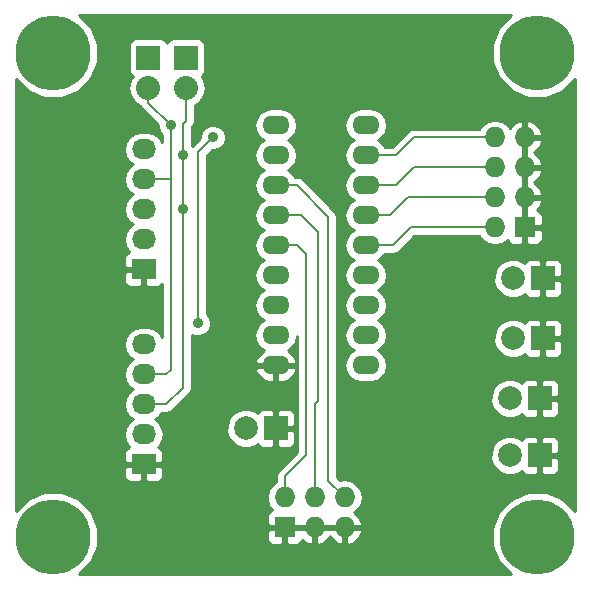
<source format=gbl>
G04 #@! TF.FileFunction,Copper,L2,Bot,Plane*
%FSLAX46Y46*%
G04 Gerber Fmt 4.6, Leading zero omitted, Abs format (unit mm)*
G04 Created by KiCad (PCBNEW (after 2015-mar-04 BZR unknown)-product) date 11/20/2015 3:36:00 PM*
%MOMM*%
G01*
G04 APERTURE LIST*
%ADD10C,0.150000*%
%ADD11O,2.300000X1.600000*%
%ADD12C,6.350000*%
%ADD13R,2.032000X2.032000*%
%ADD14O,2.032000X2.032000*%
%ADD15R,1.727200X1.727200*%
%ADD16O,1.727200X1.727200*%
%ADD17R,2.000000X2.000000*%
%ADD18C,2.000000*%
%ADD19R,2.032000X1.727200*%
%ADD20O,2.032000X1.727200*%
%ADD21C,0.889000*%
%ADD22C,0.203200*%
%ADD23C,0.254000*%
G04 APERTURE END LIST*
D10*
D11*
X22860000Y-10160000D03*
X22860000Y-12700000D03*
X22860000Y-15240000D03*
X22860000Y-17780000D03*
X22860000Y-20320000D03*
X22860000Y-22860000D03*
X22860000Y-25400000D03*
X22860000Y-27940000D03*
X22860000Y-30480000D03*
X30480000Y-30480000D03*
X30480000Y-27940000D03*
X30480000Y-25400000D03*
X30480000Y-22860000D03*
X30480000Y-20320000D03*
X30480000Y-17780000D03*
X30480000Y-15240000D03*
X30480000Y-12700000D03*
X30480000Y-10160000D03*
D12*
X4000000Y-45000000D03*
X4000000Y-4000000D03*
X45000000Y-45000000D03*
X45000000Y-4000000D03*
D13*
X12065000Y-4445000D03*
D14*
X12065000Y-6985000D03*
D13*
X15240000Y-4445000D03*
D14*
X15240000Y-6985000D03*
D15*
X43942000Y-18796000D03*
D16*
X41402000Y-18796000D03*
X43942000Y-16256000D03*
X41402000Y-16256000D03*
X43942000Y-13716000D03*
X41402000Y-13716000D03*
X43942000Y-11176000D03*
X41402000Y-11176000D03*
D17*
X45212000Y-38100000D03*
D18*
X42672000Y-38100000D03*
D17*
X45212000Y-33274000D03*
D18*
X42672000Y-33274000D03*
D17*
X45466000Y-28194000D03*
D18*
X42926000Y-28194000D03*
D17*
X45466000Y-23114000D03*
D18*
X42926000Y-23114000D03*
D17*
X22860000Y-35814000D03*
D18*
X20320000Y-35814000D03*
D15*
X23622000Y-44196000D03*
D16*
X23622000Y-41656000D03*
X26162000Y-44196000D03*
X26162000Y-41656000D03*
X28702000Y-44196000D03*
X28702000Y-41656000D03*
D19*
X11684000Y-22352000D03*
D20*
X11684000Y-19812000D03*
X11684000Y-17272000D03*
X11684000Y-14732000D03*
X11684000Y-12192000D03*
D19*
X11684000Y-38862000D03*
D20*
X11684000Y-36322000D03*
X11684000Y-33782000D03*
X11684000Y-31242000D03*
X11684000Y-28702000D03*
D21*
X13970000Y-10160000D03*
X14986000Y-17272000D03*
X14986000Y-12700000D03*
X30480000Y-36195000D03*
X16256000Y-26924000D03*
X17526000Y-11176000D03*
D22*
X25400000Y-21082000D02*
X25400000Y-31877000D01*
X24638000Y-20320000D02*
X25400000Y-21082000D01*
X22860000Y-20320000D02*
X24638000Y-20320000D01*
X25400000Y-38100000D02*
X23622000Y-39878000D01*
X23622000Y-39878000D02*
X23622000Y-41656000D01*
X25400000Y-31877000D02*
X25400000Y-38100000D01*
X26162000Y-41656000D02*
X26162000Y-33782000D01*
X26162000Y-33782000D02*
X26416000Y-33528000D01*
X25019000Y-17780000D02*
X26416000Y-19177000D01*
X26416000Y-19177000D02*
X26416000Y-33528000D01*
X22860000Y-17780000D02*
X25019000Y-17780000D01*
X27305000Y-17907000D02*
X27305000Y-26035000D01*
X27305000Y-26035000D02*
X27305000Y-30607000D01*
X24638000Y-15240000D02*
X27305000Y-17907000D01*
X22860000Y-15240000D02*
X24638000Y-15240000D01*
X27305000Y-40259000D02*
X28702000Y-41656000D01*
X27305000Y-30607000D02*
X27305000Y-40259000D01*
X12954000Y-14732000D02*
X11684000Y-14732000D01*
X12954000Y-14732000D02*
X11684000Y-14732000D01*
X12065000Y-8255000D02*
X13970000Y-10160000D01*
X12065000Y-6985000D02*
X12065000Y-8255000D01*
X13589000Y-31242000D02*
X11684000Y-31242000D01*
X13970000Y-30861000D02*
X13589000Y-31242000D01*
X13970000Y-14732000D02*
X13970000Y-30861000D01*
X13970000Y-10160000D02*
X13970000Y-14732000D01*
X11684000Y-14732000D02*
X13970000Y-14732000D01*
X14986000Y-17272000D02*
X14986000Y-24638000D01*
X13589000Y-33782000D02*
X14986000Y-32385000D01*
X14986000Y-32385000D02*
X14986000Y-24638000D01*
X11684000Y-33782000D02*
X13589000Y-33782000D01*
X15240000Y-9779000D02*
X15240000Y-6985000D01*
X14986000Y-10033000D02*
X15240000Y-9779000D01*
X14986000Y-12700000D02*
X14986000Y-10033000D01*
X14986000Y-17272000D02*
X14986000Y-12700000D01*
X32766000Y-20320000D02*
X34290000Y-18796000D01*
X34290000Y-18796000D02*
X41402000Y-18796000D01*
X30480000Y-20320000D02*
X32766000Y-20320000D01*
X32512000Y-17780000D02*
X34036000Y-16256000D01*
X34036000Y-16256000D02*
X41402000Y-16256000D01*
X30480000Y-17780000D02*
X32512000Y-17780000D01*
X33020000Y-15240000D02*
X34544000Y-13716000D01*
X34544000Y-13716000D02*
X41402000Y-13716000D01*
X30480000Y-15240000D02*
X33020000Y-15240000D01*
X33020000Y-12700000D02*
X34544000Y-11176000D01*
X34544000Y-11176000D02*
X41402000Y-11176000D01*
X30480000Y-12700000D02*
X33020000Y-12700000D01*
X16256000Y-26924000D02*
X16256000Y-25781000D01*
X22860000Y-27940000D02*
X23495000Y-27940000D01*
X16256000Y-14351000D02*
X16256000Y-25781000D01*
X16256000Y-25781000D02*
X16256000Y-26924000D01*
X17526000Y-11176000D02*
X16256000Y-12446000D01*
X16256000Y-12446000D02*
X16256000Y-14351000D01*
D23*
G36*
X48174500Y-42787183D02*
X47161009Y-41771923D01*
X47101000Y-41747005D01*
X47101000Y-29320309D01*
X47101000Y-28479750D01*
X47101000Y-27908250D01*
X47101000Y-27067691D01*
X47101000Y-24240309D01*
X47101000Y-23399750D01*
X47101000Y-22828250D01*
X47101000Y-21987691D01*
X47004327Y-21754302D01*
X46825699Y-21575673D01*
X46592310Y-21479000D01*
X46339691Y-21479000D01*
X45751750Y-21479000D01*
X45593000Y-21637750D01*
X45593000Y-22987000D01*
X46942250Y-22987000D01*
X47101000Y-22828250D01*
X47101000Y-23399750D01*
X46942250Y-23241000D01*
X45593000Y-23241000D01*
X45593000Y-24590250D01*
X45751750Y-24749000D01*
X46339691Y-24749000D01*
X46592310Y-24749000D01*
X46825699Y-24652327D01*
X47004327Y-24473698D01*
X47101000Y-24240309D01*
X47101000Y-27067691D01*
X47004327Y-26834302D01*
X46825699Y-26655673D01*
X46592310Y-26559000D01*
X46339691Y-26559000D01*
X45751750Y-26559000D01*
X45593000Y-26717750D01*
X45593000Y-28067000D01*
X46942250Y-28067000D01*
X47101000Y-27908250D01*
X47101000Y-28479750D01*
X46942250Y-28321000D01*
X45593000Y-28321000D01*
X45593000Y-29670250D01*
X45751750Y-29829000D01*
X46339691Y-29829000D01*
X46592310Y-29829000D01*
X46825699Y-29732327D01*
X47004327Y-29553698D01*
X47101000Y-29320309D01*
X47101000Y-41747005D01*
X46847000Y-41641534D01*
X46847000Y-39226309D01*
X46847000Y-38385750D01*
X46847000Y-37814250D01*
X46847000Y-36973691D01*
X46847000Y-34400309D01*
X46847000Y-33559750D01*
X46847000Y-32988250D01*
X46847000Y-32147691D01*
X46750327Y-31914302D01*
X46571699Y-31735673D01*
X46338310Y-31639000D01*
X46085691Y-31639000D01*
X45497750Y-31639000D01*
X45440600Y-31696150D01*
X45440600Y-19785910D01*
X45440600Y-19533291D01*
X45440600Y-19081750D01*
X45440600Y-18510250D01*
X45440600Y-18058709D01*
X45440600Y-17806090D01*
X45343927Y-17572701D01*
X45165298Y-17394073D01*
X44967880Y-17312299D01*
X45224688Y-17030947D01*
X45396958Y-16615026D01*
X45396958Y-15896974D01*
X45224688Y-15481053D01*
X44830490Y-15049179D01*
X44695687Y-14986000D01*
X44830490Y-14922821D01*
X45224688Y-14490947D01*
X45396958Y-14075026D01*
X45396958Y-13356974D01*
X45224688Y-12941053D01*
X44830490Y-12509179D01*
X44695687Y-12446000D01*
X44830490Y-12382821D01*
X45224688Y-11950947D01*
X45396958Y-11535026D01*
X45396958Y-10816974D01*
X45224688Y-10401053D01*
X44830490Y-9969179D01*
X44301027Y-9721032D01*
X44069000Y-9841531D01*
X44069000Y-11049000D01*
X45275817Y-11049000D01*
X45396958Y-10816974D01*
X45396958Y-11535026D01*
X45275817Y-11303000D01*
X44069000Y-11303000D01*
X44069000Y-12381531D01*
X44069000Y-12510469D01*
X44069000Y-13589000D01*
X45275817Y-13589000D01*
X45396958Y-13356974D01*
X45396958Y-14075026D01*
X45275817Y-13843000D01*
X44069000Y-13843000D01*
X44069000Y-14921531D01*
X44069000Y-15050469D01*
X44069000Y-16129000D01*
X45275817Y-16129000D01*
X45396958Y-15896974D01*
X45396958Y-16615026D01*
X45275817Y-16383000D01*
X44069000Y-16383000D01*
X44069000Y-17456150D01*
X44069000Y-17590469D01*
X44069000Y-18669000D01*
X45281850Y-18669000D01*
X45440600Y-18510250D01*
X45440600Y-19081750D01*
X45281850Y-18923000D01*
X44069000Y-18923000D01*
X44069000Y-20135850D01*
X44227750Y-20294600D01*
X44931909Y-20294600D01*
X45165298Y-20197927D01*
X45343927Y-20019299D01*
X45440600Y-19785910D01*
X45440600Y-31696150D01*
X45339000Y-31797750D01*
X45339000Y-29670250D01*
X45339000Y-28321000D01*
X45319000Y-28321000D01*
X45319000Y-28067000D01*
X45339000Y-28067000D01*
X45339000Y-26717750D01*
X45339000Y-24590250D01*
X45339000Y-23241000D01*
X45319000Y-23241000D01*
X45319000Y-22987000D01*
X45339000Y-22987000D01*
X45339000Y-21637750D01*
X45180250Y-21479000D01*
X44592309Y-21479000D01*
X44339690Y-21479000D01*
X44106301Y-21575673D01*
X43927673Y-21754302D01*
X43913369Y-21788833D01*
X43853363Y-21728722D01*
X43815000Y-21712792D01*
X43815000Y-20135850D01*
X43815000Y-18923000D01*
X43795000Y-18923000D01*
X43795000Y-18669000D01*
X43815000Y-18669000D01*
X43815000Y-17590469D01*
X43815000Y-17456150D01*
X43815000Y-16383000D01*
X43795000Y-16383000D01*
X43795000Y-16129000D01*
X43815000Y-16129000D01*
X43815000Y-15050469D01*
X43815000Y-14921531D01*
X43815000Y-13843000D01*
X43795000Y-13843000D01*
X43795000Y-13589000D01*
X43815000Y-13589000D01*
X43815000Y-12510469D01*
X43815000Y-12381531D01*
X43815000Y-11303000D01*
X43795000Y-11303000D01*
X43795000Y-11049000D01*
X43815000Y-11049000D01*
X43815000Y-9841531D01*
X43582973Y-9721032D01*
X43053510Y-9969179D01*
X42671992Y-10387160D01*
X42491029Y-10116330D01*
X42004848Y-9791474D01*
X41431359Y-9677400D01*
X41372641Y-9677400D01*
X40799152Y-9791474D01*
X40312971Y-10116330D01*
X40097102Y-10439400D01*
X34544000Y-10439400D01*
X34262115Y-10495470D01*
X34023145Y-10655145D01*
X32714890Y-11963400D01*
X32065487Y-11963400D01*
X31879668Y-11685302D01*
X31497582Y-11430000D01*
X31879668Y-11174698D01*
X32190737Y-10709151D01*
X32299970Y-10160000D01*
X32190737Y-9610849D01*
X31879668Y-9145302D01*
X31414121Y-8834233D01*
X30864970Y-8725000D01*
X30095030Y-8725000D01*
X29545879Y-8834233D01*
X29080332Y-9145302D01*
X28769263Y-9610849D01*
X28660030Y-10160000D01*
X28769263Y-10709151D01*
X29080332Y-11174698D01*
X29462417Y-11430000D01*
X29080332Y-11685302D01*
X28769263Y-12150849D01*
X28660030Y-12700000D01*
X28769263Y-13249151D01*
X29080332Y-13714698D01*
X29462417Y-13970000D01*
X29080332Y-14225302D01*
X28769263Y-14690849D01*
X28660030Y-15240000D01*
X28769263Y-15789151D01*
X29080332Y-16254698D01*
X29462417Y-16510000D01*
X29080332Y-16765302D01*
X28769263Y-17230849D01*
X28660030Y-17780000D01*
X28769263Y-18329151D01*
X29080332Y-18794698D01*
X29462417Y-19050000D01*
X29080332Y-19305302D01*
X28769263Y-19770849D01*
X28660030Y-20320000D01*
X28769263Y-20869151D01*
X29080332Y-21334698D01*
X29462417Y-21590000D01*
X29080332Y-21845302D01*
X28769263Y-22310849D01*
X28660030Y-22860000D01*
X28769263Y-23409151D01*
X29080332Y-23874698D01*
X29462417Y-24130000D01*
X29080332Y-24385302D01*
X28769263Y-24850849D01*
X28660030Y-25400000D01*
X28769263Y-25949151D01*
X29080332Y-26414698D01*
X29462417Y-26670000D01*
X29080332Y-26925302D01*
X28769263Y-27390849D01*
X28660030Y-27940000D01*
X28769263Y-28489151D01*
X29080332Y-28954698D01*
X29462417Y-29210000D01*
X29080332Y-29465302D01*
X28769263Y-29930849D01*
X28660030Y-30480000D01*
X28769263Y-31029151D01*
X29080332Y-31494698D01*
X29545879Y-31805767D01*
X30095030Y-31915000D01*
X30864970Y-31915000D01*
X31414121Y-31805767D01*
X31879668Y-31494698D01*
X32190737Y-31029151D01*
X32299970Y-30480000D01*
X32190737Y-29930849D01*
X31879668Y-29465302D01*
X31497582Y-29210000D01*
X31879668Y-28954698D01*
X32190737Y-28489151D01*
X32299970Y-27940000D01*
X32190737Y-27390849D01*
X31879668Y-26925302D01*
X31497582Y-26670000D01*
X31879668Y-26414698D01*
X32190737Y-25949151D01*
X32299970Y-25400000D01*
X32190737Y-24850849D01*
X31879668Y-24385302D01*
X31497582Y-24130000D01*
X31879668Y-23874698D01*
X32190737Y-23409151D01*
X32299970Y-22860000D01*
X32190737Y-22310849D01*
X31879668Y-21845302D01*
X31497582Y-21590000D01*
X31879668Y-21334698D01*
X32065487Y-21056600D01*
X32766000Y-21056600D01*
X33047885Y-21000530D01*
X33286855Y-20840855D01*
X34595110Y-19532600D01*
X40097102Y-19532600D01*
X40312971Y-19855670D01*
X40799152Y-20180526D01*
X41372641Y-20294600D01*
X41431359Y-20294600D01*
X42004848Y-20180526D01*
X42476356Y-19865473D01*
X42540073Y-20019299D01*
X42718702Y-20197927D01*
X42952091Y-20294600D01*
X43656250Y-20294600D01*
X43815000Y-20135850D01*
X43815000Y-21712792D01*
X43252648Y-21479284D01*
X42602205Y-21478716D01*
X42001057Y-21727106D01*
X41540722Y-22186637D01*
X41291284Y-22787352D01*
X41290716Y-23437795D01*
X41539106Y-24038943D01*
X41998637Y-24499278D01*
X42599352Y-24748716D01*
X43249795Y-24749284D01*
X43850943Y-24500894D01*
X43913196Y-24438749D01*
X43927673Y-24473698D01*
X44106301Y-24652327D01*
X44339690Y-24749000D01*
X44592309Y-24749000D01*
X45180250Y-24749000D01*
X45339000Y-24590250D01*
X45339000Y-26717750D01*
X45180250Y-26559000D01*
X44592309Y-26559000D01*
X44339690Y-26559000D01*
X44106301Y-26655673D01*
X43927673Y-26834302D01*
X43913369Y-26868833D01*
X43853363Y-26808722D01*
X43252648Y-26559284D01*
X42602205Y-26558716D01*
X42001057Y-26807106D01*
X41540722Y-27266637D01*
X41291284Y-27867352D01*
X41290716Y-28517795D01*
X41539106Y-29118943D01*
X41998637Y-29579278D01*
X42599352Y-29828716D01*
X43249795Y-29829284D01*
X43850943Y-29580894D01*
X43913196Y-29518749D01*
X43927673Y-29553698D01*
X44106301Y-29732327D01*
X44339690Y-29829000D01*
X44592309Y-29829000D01*
X45180250Y-29829000D01*
X45339000Y-29670250D01*
X45339000Y-31797750D01*
X45339000Y-33147000D01*
X46688250Y-33147000D01*
X46847000Y-32988250D01*
X46847000Y-33559750D01*
X46688250Y-33401000D01*
X45339000Y-33401000D01*
X45339000Y-34750250D01*
X45497750Y-34909000D01*
X46085691Y-34909000D01*
X46338310Y-34909000D01*
X46571699Y-34812327D01*
X46750327Y-34633698D01*
X46847000Y-34400309D01*
X46847000Y-36973691D01*
X46750327Y-36740302D01*
X46571699Y-36561673D01*
X46338310Y-36465000D01*
X46085691Y-36465000D01*
X45497750Y-36465000D01*
X45339000Y-36623750D01*
X45339000Y-37973000D01*
X46688250Y-37973000D01*
X46847000Y-37814250D01*
X46847000Y-38385750D01*
X46688250Y-38227000D01*
X45339000Y-38227000D01*
X45339000Y-39576250D01*
X45497750Y-39735000D01*
X46085691Y-39735000D01*
X46338310Y-39735000D01*
X46571699Y-39638327D01*
X46750327Y-39459698D01*
X46847000Y-39226309D01*
X46847000Y-41641534D01*
X45761181Y-41190663D01*
X45085000Y-41190072D01*
X45085000Y-39576250D01*
X45085000Y-38227000D01*
X45065000Y-38227000D01*
X45065000Y-37973000D01*
X45085000Y-37973000D01*
X45085000Y-36623750D01*
X45085000Y-34750250D01*
X45085000Y-33401000D01*
X45065000Y-33401000D01*
X45065000Y-33147000D01*
X45085000Y-33147000D01*
X45085000Y-31797750D01*
X44926250Y-31639000D01*
X44338309Y-31639000D01*
X44085690Y-31639000D01*
X43852301Y-31735673D01*
X43673673Y-31914302D01*
X43659369Y-31948833D01*
X43599363Y-31888722D01*
X42998648Y-31639284D01*
X42348205Y-31638716D01*
X41747057Y-31887106D01*
X41286722Y-32346637D01*
X41037284Y-32947352D01*
X41036716Y-33597795D01*
X41285106Y-34198943D01*
X41744637Y-34659278D01*
X42345352Y-34908716D01*
X42995795Y-34909284D01*
X43596943Y-34660894D01*
X43659196Y-34598749D01*
X43673673Y-34633698D01*
X43852301Y-34812327D01*
X44085690Y-34909000D01*
X44338309Y-34909000D01*
X44926250Y-34909000D01*
X45085000Y-34750250D01*
X45085000Y-36623750D01*
X44926250Y-36465000D01*
X44338309Y-36465000D01*
X44085690Y-36465000D01*
X43852301Y-36561673D01*
X43673673Y-36740302D01*
X43659369Y-36774833D01*
X43599363Y-36714722D01*
X42998648Y-36465284D01*
X42348205Y-36464716D01*
X41747057Y-36713106D01*
X41286722Y-37172637D01*
X41037284Y-37773352D01*
X41036716Y-38423795D01*
X41285106Y-39024943D01*
X41744637Y-39485278D01*
X42345352Y-39734716D01*
X42995795Y-39735284D01*
X43596943Y-39486894D01*
X43659196Y-39424749D01*
X43673673Y-39459698D01*
X43852301Y-39638327D01*
X44085690Y-39735000D01*
X44338309Y-39735000D01*
X44926250Y-39735000D01*
X45085000Y-39576250D01*
X45085000Y-41190072D01*
X44245469Y-41189340D01*
X42844628Y-41768156D01*
X41771923Y-42838991D01*
X41190663Y-44238819D01*
X41189340Y-45754531D01*
X41768156Y-47155372D01*
X42785507Y-48174500D01*
X30200600Y-48174500D01*
X30200600Y-41685359D01*
X30200600Y-41626641D01*
X30086526Y-41053152D01*
X29761670Y-40566971D01*
X29275489Y-40242115D01*
X28702000Y-40128041D01*
X28296424Y-40208714D01*
X28041600Y-39953890D01*
X28041600Y-30607000D01*
X28041600Y-26035000D01*
X28041600Y-17907005D01*
X28041600Y-17907000D01*
X28041601Y-17907000D01*
X27994832Y-17671883D01*
X27985530Y-17625116D01*
X27985530Y-17625115D01*
X27825855Y-17386145D01*
X25158855Y-14719145D01*
X24919885Y-14559470D01*
X24638000Y-14503400D01*
X24445487Y-14503400D01*
X24259668Y-14225302D01*
X23877582Y-13970000D01*
X24259668Y-13714698D01*
X24570737Y-13249151D01*
X24679970Y-12700000D01*
X24570737Y-12150849D01*
X24259668Y-11685302D01*
X23877582Y-11430000D01*
X24259668Y-11174698D01*
X24570737Y-10709151D01*
X24679970Y-10160000D01*
X24570737Y-9610849D01*
X24259668Y-9145302D01*
X23794121Y-8834233D01*
X23244970Y-8725000D01*
X22475030Y-8725000D01*
X21925879Y-8834233D01*
X21460332Y-9145302D01*
X21149263Y-9610849D01*
X21040030Y-10160000D01*
X21149263Y-10709151D01*
X21460332Y-11174698D01*
X21842417Y-11430000D01*
X21460332Y-11685302D01*
X21149263Y-12150849D01*
X21040030Y-12700000D01*
X21149263Y-13249151D01*
X21460332Y-13714698D01*
X21842417Y-13970000D01*
X21460332Y-14225302D01*
X21149263Y-14690849D01*
X21040030Y-15240000D01*
X21149263Y-15789151D01*
X21460332Y-16254698D01*
X21842417Y-16510000D01*
X21460332Y-16765302D01*
X21149263Y-17230849D01*
X21040030Y-17780000D01*
X21149263Y-18329151D01*
X21460332Y-18794698D01*
X21842417Y-19050000D01*
X21460332Y-19305302D01*
X21149263Y-19770849D01*
X21040030Y-20320000D01*
X21149263Y-20869151D01*
X21460332Y-21334698D01*
X21842417Y-21590000D01*
X21460332Y-21845302D01*
X21149263Y-22310849D01*
X21040030Y-22860000D01*
X21149263Y-23409151D01*
X21460332Y-23874698D01*
X21842417Y-24130000D01*
X21460332Y-24385302D01*
X21149263Y-24850849D01*
X21040030Y-25400000D01*
X21149263Y-25949151D01*
X21460332Y-26414698D01*
X21842417Y-26670000D01*
X21460332Y-26925302D01*
X21149263Y-27390849D01*
X21040030Y-27940000D01*
X21149263Y-28489151D01*
X21460332Y-28954698D01*
X21838151Y-29207149D01*
X21405500Y-29555104D01*
X21135633Y-30048181D01*
X21118096Y-30130961D01*
X21240085Y-30353000D01*
X22733000Y-30353000D01*
X22733000Y-30333000D01*
X22987000Y-30333000D01*
X22987000Y-30353000D01*
X24479915Y-30353000D01*
X24601904Y-30130961D01*
X24584367Y-30048181D01*
X24314500Y-29555104D01*
X23881848Y-29207149D01*
X24259668Y-28954698D01*
X24570737Y-28489151D01*
X24663400Y-28023302D01*
X24663400Y-31877000D01*
X24663400Y-37794890D01*
X24601904Y-37856386D01*
X24601904Y-30829039D01*
X24479915Y-30607000D01*
X22987000Y-30607000D01*
X22987000Y-31915000D01*
X23337000Y-31915000D01*
X23876483Y-31757166D01*
X24314500Y-31404896D01*
X24584367Y-30911819D01*
X24601904Y-30829039D01*
X24601904Y-37856386D01*
X24495000Y-37963290D01*
X24495000Y-36940309D01*
X24495000Y-36099750D01*
X24495000Y-35528250D01*
X24495000Y-34687691D01*
X24398327Y-34454302D01*
X24219699Y-34275673D01*
X23986310Y-34179000D01*
X23733691Y-34179000D01*
X23145750Y-34179000D01*
X22987000Y-34337750D01*
X22987000Y-35687000D01*
X24336250Y-35687000D01*
X24495000Y-35528250D01*
X24495000Y-36099750D01*
X24336250Y-35941000D01*
X22987000Y-35941000D01*
X22987000Y-37290250D01*
X23145750Y-37449000D01*
X23733691Y-37449000D01*
X23986310Y-37449000D01*
X24219699Y-37352327D01*
X24398327Y-37173698D01*
X24495000Y-36940309D01*
X24495000Y-37963290D01*
X23101145Y-39357145D01*
X22941470Y-39596115D01*
X22885400Y-39878000D01*
X22885400Y-40351102D01*
X22733000Y-40452932D01*
X22733000Y-37290250D01*
X22733000Y-35941000D01*
X22713000Y-35941000D01*
X22713000Y-35687000D01*
X22733000Y-35687000D01*
X22733000Y-34337750D01*
X22733000Y-31915000D01*
X22733000Y-30607000D01*
X21240085Y-30607000D01*
X21118096Y-30829039D01*
X21135633Y-30911819D01*
X21405500Y-31404896D01*
X21843517Y-31757166D01*
X22383000Y-31915000D01*
X22733000Y-31915000D01*
X22733000Y-34337750D01*
X22574250Y-34179000D01*
X21986309Y-34179000D01*
X21733690Y-34179000D01*
X21500301Y-34275673D01*
X21321673Y-34454302D01*
X21307369Y-34488833D01*
X21247363Y-34428722D01*
X20646648Y-34179284D01*
X19996205Y-34178716D01*
X19395057Y-34427106D01*
X18934722Y-34886637D01*
X18685284Y-35487352D01*
X18684716Y-36137795D01*
X18933106Y-36738943D01*
X19392637Y-37199278D01*
X19993352Y-37448716D01*
X20643795Y-37449284D01*
X21244943Y-37200894D01*
X21307196Y-37138749D01*
X21321673Y-37173698D01*
X21500301Y-37352327D01*
X21733690Y-37449000D01*
X21986309Y-37449000D01*
X22574250Y-37449000D01*
X22733000Y-37290250D01*
X22733000Y-40452932D01*
X22562330Y-40566971D01*
X22237474Y-41053152D01*
X22123400Y-41626641D01*
X22123400Y-41685359D01*
X22237474Y-42258848D01*
X22552526Y-42730356D01*
X22398701Y-42794073D01*
X22220073Y-42972702D01*
X22123400Y-43206091D01*
X22123400Y-43910250D01*
X22282150Y-44069000D01*
X23495000Y-44069000D01*
X23495000Y-44049000D01*
X23749000Y-44049000D01*
X23749000Y-44069000D01*
X24827531Y-44069000D01*
X24961850Y-44069000D01*
X26035000Y-44069000D01*
X26035000Y-44049000D01*
X26289000Y-44049000D01*
X26289000Y-44069000D01*
X27367531Y-44069000D01*
X27496469Y-44069000D01*
X28575000Y-44069000D01*
X28575000Y-44049000D01*
X28829000Y-44049000D01*
X28829000Y-44069000D01*
X30036469Y-44069000D01*
X30156968Y-43836973D01*
X29908821Y-43307510D01*
X29490839Y-42925992D01*
X29761670Y-42745029D01*
X30086526Y-42258848D01*
X30200600Y-41685359D01*
X30200600Y-48174500D01*
X30156968Y-48174500D01*
X30156968Y-44555027D01*
X30036469Y-44323000D01*
X28829000Y-44323000D01*
X28829000Y-45529817D01*
X29061026Y-45650958D01*
X29476947Y-45478688D01*
X29908821Y-45084490D01*
X30156968Y-44555027D01*
X30156968Y-48174500D01*
X28575000Y-48174500D01*
X28575000Y-45529817D01*
X28575000Y-44323000D01*
X27496469Y-44323000D01*
X27367531Y-44323000D01*
X26289000Y-44323000D01*
X26289000Y-45529817D01*
X26521026Y-45650958D01*
X26936947Y-45478688D01*
X27368821Y-45084490D01*
X27432000Y-44949687D01*
X27495179Y-45084490D01*
X27927053Y-45478688D01*
X28342974Y-45650958D01*
X28575000Y-45529817D01*
X28575000Y-48174500D01*
X26035000Y-48174500D01*
X26035000Y-45529817D01*
X26035000Y-44323000D01*
X24961850Y-44323000D01*
X24827531Y-44323000D01*
X23749000Y-44323000D01*
X23749000Y-45535850D01*
X23907750Y-45694600D01*
X24359291Y-45694600D01*
X24611910Y-45694600D01*
X24845299Y-45597927D01*
X25023927Y-45419298D01*
X25105700Y-45221880D01*
X25387053Y-45478688D01*
X25802974Y-45650958D01*
X26035000Y-45529817D01*
X26035000Y-48174500D01*
X23495000Y-48174500D01*
X23495000Y-45535850D01*
X23495000Y-44323000D01*
X22282150Y-44323000D01*
X22123400Y-44481750D01*
X22123400Y-45185909D01*
X22220073Y-45419298D01*
X22398701Y-45597927D01*
X22632090Y-45694600D01*
X22884709Y-45694600D01*
X23336250Y-45694600D01*
X23495000Y-45535850D01*
X23495000Y-48174500D01*
X18605687Y-48174500D01*
X18605687Y-10962216D01*
X18441689Y-10565311D01*
X18138286Y-10261378D01*
X17741668Y-10096687D01*
X17312216Y-10096313D01*
X16915311Y-10260311D01*
X16611378Y-10563714D01*
X16446687Y-10960332D01*
X16446466Y-11213823D01*
X15736478Y-11923811D01*
X15722600Y-11909909D01*
X15722600Y-10338110D01*
X15760855Y-10299855D01*
X15920530Y-10060885D01*
X15976600Y-9779000D01*
X15976600Y-8461918D01*
X16439778Y-8152433D01*
X16797670Y-7616810D01*
X16923345Y-6985000D01*
X16797670Y-6353190D01*
X16570830Y-6013701D01*
X16710927Y-5921673D01*
X16853377Y-5710640D01*
X16903440Y-5461000D01*
X16903440Y-3429000D01*
X16856463Y-3186877D01*
X16716673Y-2974073D01*
X16505640Y-2831623D01*
X16256000Y-2781560D01*
X14224000Y-2781560D01*
X13981877Y-2828537D01*
X13769073Y-2968327D01*
X13651913Y-3141893D01*
X13541673Y-2974073D01*
X13330640Y-2831623D01*
X13081000Y-2781560D01*
X11049000Y-2781560D01*
X10806877Y-2828537D01*
X10594073Y-2968327D01*
X10451623Y-3179360D01*
X10401560Y-3429000D01*
X10401560Y-5461000D01*
X10448537Y-5703123D01*
X10588327Y-5915927D01*
X10733860Y-6014163D01*
X10507330Y-6353190D01*
X10381655Y-6985000D01*
X10507330Y-7616810D01*
X10865222Y-8152433D01*
X11375867Y-8493635D01*
X11384470Y-8536885D01*
X11544145Y-8775855D01*
X12890532Y-10122242D01*
X12890313Y-10373784D01*
X13054311Y-10770689D01*
X13233400Y-10950090D01*
X13233400Y-11588771D01*
X12928415Y-11132330D01*
X12442234Y-10807474D01*
X11868745Y-10693400D01*
X11499255Y-10693400D01*
X10925766Y-10807474D01*
X10439585Y-11132330D01*
X10114729Y-11618511D01*
X10000655Y-12192000D01*
X10114729Y-12765489D01*
X10439585Y-13251670D01*
X10754365Y-13462000D01*
X10439585Y-13672330D01*
X10114729Y-14158511D01*
X10000655Y-14732000D01*
X10114729Y-15305489D01*
X10439585Y-15791670D01*
X10754365Y-16002000D01*
X10439585Y-16212330D01*
X10114729Y-16698511D01*
X10000655Y-17272000D01*
X10114729Y-17845489D01*
X10439585Y-18331670D01*
X10754365Y-18542000D01*
X10439585Y-18752330D01*
X10114729Y-19238511D01*
X10000655Y-19812000D01*
X10114729Y-20385489D01*
X10439585Y-20871670D01*
X10461780Y-20886500D01*
X10308302Y-20950073D01*
X10129673Y-21128701D01*
X10033000Y-21362090D01*
X10033000Y-21614709D01*
X10033000Y-22066250D01*
X10191750Y-22225000D01*
X11557000Y-22225000D01*
X11557000Y-22205000D01*
X11811000Y-22205000D01*
X11811000Y-22225000D01*
X11831000Y-22225000D01*
X11831000Y-22479000D01*
X11811000Y-22479000D01*
X11811000Y-23691850D01*
X11969750Y-23850600D01*
X12826309Y-23850600D01*
X13059698Y-23753927D01*
X13233400Y-23580225D01*
X13233400Y-28098771D01*
X12928415Y-27642330D01*
X12442234Y-27317474D01*
X11868745Y-27203400D01*
X11557000Y-27203400D01*
X11557000Y-23691850D01*
X11557000Y-22479000D01*
X10191750Y-22479000D01*
X10033000Y-22637750D01*
X10033000Y-23089291D01*
X10033000Y-23341910D01*
X10129673Y-23575299D01*
X10308302Y-23753927D01*
X10541691Y-23850600D01*
X11398250Y-23850600D01*
X11557000Y-23691850D01*
X11557000Y-27203400D01*
X11499255Y-27203400D01*
X10925766Y-27317474D01*
X10439585Y-27642330D01*
X10114729Y-28128511D01*
X10000655Y-28702000D01*
X10114729Y-29275489D01*
X10439585Y-29761670D01*
X10754365Y-29972000D01*
X10439585Y-30182330D01*
X10114729Y-30668511D01*
X10000655Y-31242000D01*
X10114729Y-31815489D01*
X10439585Y-32301670D01*
X10754365Y-32512000D01*
X10439585Y-32722330D01*
X10114729Y-33208511D01*
X10000655Y-33782000D01*
X10114729Y-34355489D01*
X10439585Y-34841670D01*
X10754365Y-35052000D01*
X10439585Y-35262330D01*
X10114729Y-35748511D01*
X10000655Y-36322000D01*
X10114729Y-36895489D01*
X10439585Y-37381670D01*
X10461780Y-37396500D01*
X10308302Y-37460073D01*
X10129673Y-37638701D01*
X10033000Y-37872090D01*
X10033000Y-38124709D01*
X10033000Y-38576250D01*
X10191750Y-38735000D01*
X11557000Y-38735000D01*
X11557000Y-38715000D01*
X11811000Y-38715000D01*
X11811000Y-38735000D01*
X13176250Y-38735000D01*
X13335000Y-38576250D01*
X13335000Y-38124709D01*
X13335000Y-37872090D01*
X13238327Y-37638701D01*
X13059698Y-37460073D01*
X12906219Y-37396500D01*
X12928415Y-37381670D01*
X13253271Y-36895489D01*
X13367345Y-36322000D01*
X13253271Y-35748511D01*
X12928415Y-35262330D01*
X12613634Y-35052000D01*
X12928415Y-34841670D01*
X13144283Y-34518600D01*
X13589000Y-34518600D01*
X13870885Y-34462530D01*
X14109855Y-34302855D01*
X15506855Y-32905855D01*
X15666530Y-32666885D01*
X15722600Y-32385000D01*
X15722600Y-27871378D01*
X16040332Y-28003313D01*
X16469784Y-28003687D01*
X16866689Y-27839689D01*
X17170622Y-27536286D01*
X17335313Y-27139668D01*
X17335687Y-26710216D01*
X17171689Y-26313311D01*
X16992600Y-26133909D01*
X16992600Y-25781000D01*
X16992600Y-14351000D01*
X16992600Y-12751110D01*
X17488242Y-12255467D01*
X17739784Y-12255687D01*
X18136689Y-12091689D01*
X18440622Y-11788286D01*
X18605313Y-11391668D01*
X18605687Y-10962216D01*
X18605687Y-48174500D01*
X13335000Y-48174500D01*
X13335000Y-39851910D01*
X13335000Y-39599291D01*
X13335000Y-39147750D01*
X13176250Y-38989000D01*
X11811000Y-38989000D01*
X11811000Y-40201850D01*
X11969750Y-40360600D01*
X12826309Y-40360600D01*
X13059698Y-40263927D01*
X13238327Y-40085299D01*
X13335000Y-39851910D01*
X13335000Y-48174500D01*
X11557000Y-48174500D01*
X11557000Y-40201850D01*
X11557000Y-38989000D01*
X10191750Y-38989000D01*
X10033000Y-39147750D01*
X10033000Y-39599291D01*
X10033000Y-39851910D01*
X10129673Y-40085299D01*
X10308302Y-40263927D01*
X10541691Y-40360600D01*
X11398250Y-40360600D01*
X11557000Y-40201850D01*
X11557000Y-48174500D01*
X6212816Y-48174500D01*
X7228077Y-47161009D01*
X7809337Y-45761181D01*
X7810660Y-44245469D01*
X7231844Y-42844628D01*
X6161009Y-41771923D01*
X4761181Y-41190663D01*
X3245469Y-41189340D01*
X1844628Y-41768156D01*
X825500Y-42785507D01*
X825500Y-6212816D01*
X1838991Y-7228077D01*
X3238819Y-7809337D01*
X4754531Y-7810660D01*
X6155372Y-7231844D01*
X7228077Y-6161009D01*
X7809337Y-4761181D01*
X7810660Y-3245469D01*
X7231844Y-1844628D01*
X6214492Y-825500D01*
X42787183Y-825500D01*
X41771923Y-1838991D01*
X41190663Y-3238819D01*
X41189340Y-4754531D01*
X41768156Y-6155372D01*
X42838991Y-7228077D01*
X44238819Y-7809337D01*
X45754531Y-7810660D01*
X47155372Y-7231844D01*
X48174500Y-6214492D01*
X48174500Y-42787183D01*
X48174500Y-42787183D01*
G37*
X48174500Y-42787183D02*
X47161009Y-41771923D01*
X47101000Y-41747005D01*
X47101000Y-29320309D01*
X47101000Y-28479750D01*
X47101000Y-27908250D01*
X47101000Y-27067691D01*
X47101000Y-24240309D01*
X47101000Y-23399750D01*
X47101000Y-22828250D01*
X47101000Y-21987691D01*
X47004327Y-21754302D01*
X46825699Y-21575673D01*
X46592310Y-21479000D01*
X46339691Y-21479000D01*
X45751750Y-21479000D01*
X45593000Y-21637750D01*
X45593000Y-22987000D01*
X46942250Y-22987000D01*
X47101000Y-22828250D01*
X47101000Y-23399750D01*
X46942250Y-23241000D01*
X45593000Y-23241000D01*
X45593000Y-24590250D01*
X45751750Y-24749000D01*
X46339691Y-24749000D01*
X46592310Y-24749000D01*
X46825699Y-24652327D01*
X47004327Y-24473698D01*
X47101000Y-24240309D01*
X47101000Y-27067691D01*
X47004327Y-26834302D01*
X46825699Y-26655673D01*
X46592310Y-26559000D01*
X46339691Y-26559000D01*
X45751750Y-26559000D01*
X45593000Y-26717750D01*
X45593000Y-28067000D01*
X46942250Y-28067000D01*
X47101000Y-27908250D01*
X47101000Y-28479750D01*
X46942250Y-28321000D01*
X45593000Y-28321000D01*
X45593000Y-29670250D01*
X45751750Y-29829000D01*
X46339691Y-29829000D01*
X46592310Y-29829000D01*
X46825699Y-29732327D01*
X47004327Y-29553698D01*
X47101000Y-29320309D01*
X47101000Y-41747005D01*
X46847000Y-41641534D01*
X46847000Y-39226309D01*
X46847000Y-38385750D01*
X46847000Y-37814250D01*
X46847000Y-36973691D01*
X46847000Y-34400309D01*
X46847000Y-33559750D01*
X46847000Y-32988250D01*
X46847000Y-32147691D01*
X46750327Y-31914302D01*
X46571699Y-31735673D01*
X46338310Y-31639000D01*
X46085691Y-31639000D01*
X45497750Y-31639000D01*
X45440600Y-31696150D01*
X45440600Y-19785910D01*
X45440600Y-19533291D01*
X45440600Y-19081750D01*
X45440600Y-18510250D01*
X45440600Y-18058709D01*
X45440600Y-17806090D01*
X45343927Y-17572701D01*
X45165298Y-17394073D01*
X44967880Y-17312299D01*
X45224688Y-17030947D01*
X45396958Y-16615026D01*
X45396958Y-15896974D01*
X45224688Y-15481053D01*
X44830490Y-15049179D01*
X44695687Y-14986000D01*
X44830490Y-14922821D01*
X45224688Y-14490947D01*
X45396958Y-14075026D01*
X45396958Y-13356974D01*
X45224688Y-12941053D01*
X44830490Y-12509179D01*
X44695687Y-12446000D01*
X44830490Y-12382821D01*
X45224688Y-11950947D01*
X45396958Y-11535026D01*
X45396958Y-10816974D01*
X45224688Y-10401053D01*
X44830490Y-9969179D01*
X44301027Y-9721032D01*
X44069000Y-9841531D01*
X44069000Y-11049000D01*
X45275817Y-11049000D01*
X45396958Y-10816974D01*
X45396958Y-11535026D01*
X45275817Y-11303000D01*
X44069000Y-11303000D01*
X44069000Y-12381531D01*
X44069000Y-12510469D01*
X44069000Y-13589000D01*
X45275817Y-13589000D01*
X45396958Y-13356974D01*
X45396958Y-14075026D01*
X45275817Y-13843000D01*
X44069000Y-13843000D01*
X44069000Y-14921531D01*
X44069000Y-15050469D01*
X44069000Y-16129000D01*
X45275817Y-16129000D01*
X45396958Y-15896974D01*
X45396958Y-16615026D01*
X45275817Y-16383000D01*
X44069000Y-16383000D01*
X44069000Y-17456150D01*
X44069000Y-17590469D01*
X44069000Y-18669000D01*
X45281850Y-18669000D01*
X45440600Y-18510250D01*
X45440600Y-19081750D01*
X45281850Y-18923000D01*
X44069000Y-18923000D01*
X44069000Y-20135850D01*
X44227750Y-20294600D01*
X44931909Y-20294600D01*
X45165298Y-20197927D01*
X45343927Y-20019299D01*
X45440600Y-19785910D01*
X45440600Y-31696150D01*
X45339000Y-31797750D01*
X45339000Y-29670250D01*
X45339000Y-28321000D01*
X45319000Y-28321000D01*
X45319000Y-28067000D01*
X45339000Y-28067000D01*
X45339000Y-26717750D01*
X45339000Y-24590250D01*
X45339000Y-23241000D01*
X45319000Y-23241000D01*
X45319000Y-22987000D01*
X45339000Y-22987000D01*
X45339000Y-21637750D01*
X45180250Y-21479000D01*
X44592309Y-21479000D01*
X44339690Y-21479000D01*
X44106301Y-21575673D01*
X43927673Y-21754302D01*
X43913369Y-21788833D01*
X43853363Y-21728722D01*
X43815000Y-21712792D01*
X43815000Y-20135850D01*
X43815000Y-18923000D01*
X43795000Y-18923000D01*
X43795000Y-18669000D01*
X43815000Y-18669000D01*
X43815000Y-17590469D01*
X43815000Y-17456150D01*
X43815000Y-16383000D01*
X43795000Y-16383000D01*
X43795000Y-16129000D01*
X43815000Y-16129000D01*
X43815000Y-15050469D01*
X43815000Y-14921531D01*
X43815000Y-13843000D01*
X43795000Y-13843000D01*
X43795000Y-13589000D01*
X43815000Y-13589000D01*
X43815000Y-12510469D01*
X43815000Y-12381531D01*
X43815000Y-11303000D01*
X43795000Y-11303000D01*
X43795000Y-11049000D01*
X43815000Y-11049000D01*
X43815000Y-9841531D01*
X43582973Y-9721032D01*
X43053510Y-9969179D01*
X42671992Y-10387160D01*
X42491029Y-10116330D01*
X42004848Y-9791474D01*
X41431359Y-9677400D01*
X41372641Y-9677400D01*
X40799152Y-9791474D01*
X40312971Y-10116330D01*
X40097102Y-10439400D01*
X34544000Y-10439400D01*
X34262115Y-10495470D01*
X34023145Y-10655145D01*
X32714890Y-11963400D01*
X32065487Y-11963400D01*
X31879668Y-11685302D01*
X31497582Y-11430000D01*
X31879668Y-11174698D01*
X32190737Y-10709151D01*
X32299970Y-10160000D01*
X32190737Y-9610849D01*
X31879668Y-9145302D01*
X31414121Y-8834233D01*
X30864970Y-8725000D01*
X30095030Y-8725000D01*
X29545879Y-8834233D01*
X29080332Y-9145302D01*
X28769263Y-9610849D01*
X28660030Y-10160000D01*
X28769263Y-10709151D01*
X29080332Y-11174698D01*
X29462417Y-11430000D01*
X29080332Y-11685302D01*
X28769263Y-12150849D01*
X28660030Y-12700000D01*
X28769263Y-13249151D01*
X29080332Y-13714698D01*
X29462417Y-13970000D01*
X29080332Y-14225302D01*
X28769263Y-14690849D01*
X28660030Y-15240000D01*
X28769263Y-15789151D01*
X29080332Y-16254698D01*
X29462417Y-16510000D01*
X29080332Y-16765302D01*
X28769263Y-17230849D01*
X28660030Y-17780000D01*
X28769263Y-18329151D01*
X29080332Y-18794698D01*
X29462417Y-19050000D01*
X29080332Y-19305302D01*
X28769263Y-19770849D01*
X28660030Y-20320000D01*
X28769263Y-20869151D01*
X29080332Y-21334698D01*
X29462417Y-21590000D01*
X29080332Y-21845302D01*
X28769263Y-22310849D01*
X28660030Y-22860000D01*
X28769263Y-23409151D01*
X29080332Y-23874698D01*
X29462417Y-24130000D01*
X29080332Y-24385302D01*
X28769263Y-24850849D01*
X28660030Y-25400000D01*
X28769263Y-25949151D01*
X29080332Y-26414698D01*
X29462417Y-26670000D01*
X29080332Y-26925302D01*
X28769263Y-27390849D01*
X28660030Y-27940000D01*
X28769263Y-28489151D01*
X29080332Y-28954698D01*
X29462417Y-29210000D01*
X29080332Y-29465302D01*
X28769263Y-29930849D01*
X28660030Y-30480000D01*
X28769263Y-31029151D01*
X29080332Y-31494698D01*
X29545879Y-31805767D01*
X30095030Y-31915000D01*
X30864970Y-31915000D01*
X31414121Y-31805767D01*
X31879668Y-31494698D01*
X32190737Y-31029151D01*
X32299970Y-30480000D01*
X32190737Y-29930849D01*
X31879668Y-29465302D01*
X31497582Y-29210000D01*
X31879668Y-28954698D01*
X32190737Y-28489151D01*
X32299970Y-27940000D01*
X32190737Y-27390849D01*
X31879668Y-26925302D01*
X31497582Y-26670000D01*
X31879668Y-26414698D01*
X32190737Y-25949151D01*
X32299970Y-25400000D01*
X32190737Y-24850849D01*
X31879668Y-24385302D01*
X31497582Y-24130000D01*
X31879668Y-23874698D01*
X32190737Y-23409151D01*
X32299970Y-22860000D01*
X32190737Y-22310849D01*
X31879668Y-21845302D01*
X31497582Y-21590000D01*
X31879668Y-21334698D01*
X32065487Y-21056600D01*
X32766000Y-21056600D01*
X33047885Y-21000530D01*
X33286855Y-20840855D01*
X34595110Y-19532600D01*
X40097102Y-19532600D01*
X40312971Y-19855670D01*
X40799152Y-20180526D01*
X41372641Y-20294600D01*
X41431359Y-20294600D01*
X42004848Y-20180526D01*
X42476356Y-19865473D01*
X42540073Y-20019299D01*
X42718702Y-20197927D01*
X42952091Y-20294600D01*
X43656250Y-20294600D01*
X43815000Y-20135850D01*
X43815000Y-21712792D01*
X43252648Y-21479284D01*
X42602205Y-21478716D01*
X42001057Y-21727106D01*
X41540722Y-22186637D01*
X41291284Y-22787352D01*
X41290716Y-23437795D01*
X41539106Y-24038943D01*
X41998637Y-24499278D01*
X42599352Y-24748716D01*
X43249795Y-24749284D01*
X43850943Y-24500894D01*
X43913196Y-24438749D01*
X43927673Y-24473698D01*
X44106301Y-24652327D01*
X44339690Y-24749000D01*
X44592309Y-24749000D01*
X45180250Y-24749000D01*
X45339000Y-24590250D01*
X45339000Y-26717750D01*
X45180250Y-26559000D01*
X44592309Y-26559000D01*
X44339690Y-26559000D01*
X44106301Y-26655673D01*
X43927673Y-26834302D01*
X43913369Y-26868833D01*
X43853363Y-26808722D01*
X43252648Y-26559284D01*
X42602205Y-26558716D01*
X42001057Y-26807106D01*
X41540722Y-27266637D01*
X41291284Y-27867352D01*
X41290716Y-28517795D01*
X41539106Y-29118943D01*
X41998637Y-29579278D01*
X42599352Y-29828716D01*
X43249795Y-29829284D01*
X43850943Y-29580894D01*
X43913196Y-29518749D01*
X43927673Y-29553698D01*
X44106301Y-29732327D01*
X44339690Y-29829000D01*
X44592309Y-29829000D01*
X45180250Y-29829000D01*
X45339000Y-29670250D01*
X45339000Y-31797750D01*
X45339000Y-33147000D01*
X46688250Y-33147000D01*
X46847000Y-32988250D01*
X46847000Y-33559750D01*
X46688250Y-33401000D01*
X45339000Y-33401000D01*
X45339000Y-34750250D01*
X45497750Y-34909000D01*
X46085691Y-34909000D01*
X46338310Y-34909000D01*
X46571699Y-34812327D01*
X46750327Y-34633698D01*
X46847000Y-34400309D01*
X46847000Y-36973691D01*
X46750327Y-36740302D01*
X46571699Y-36561673D01*
X46338310Y-36465000D01*
X46085691Y-36465000D01*
X45497750Y-36465000D01*
X45339000Y-36623750D01*
X45339000Y-37973000D01*
X46688250Y-37973000D01*
X46847000Y-37814250D01*
X46847000Y-38385750D01*
X46688250Y-38227000D01*
X45339000Y-38227000D01*
X45339000Y-39576250D01*
X45497750Y-39735000D01*
X46085691Y-39735000D01*
X46338310Y-39735000D01*
X46571699Y-39638327D01*
X46750327Y-39459698D01*
X46847000Y-39226309D01*
X46847000Y-41641534D01*
X45761181Y-41190663D01*
X45085000Y-41190072D01*
X45085000Y-39576250D01*
X45085000Y-38227000D01*
X45065000Y-38227000D01*
X45065000Y-37973000D01*
X45085000Y-37973000D01*
X45085000Y-36623750D01*
X45085000Y-34750250D01*
X45085000Y-33401000D01*
X45065000Y-33401000D01*
X45065000Y-33147000D01*
X45085000Y-33147000D01*
X45085000Y-31797750D01*
X44926250Y-31639000D01*
X44338309Y-31639000D01*
X44085690Y-31639000D01*
X43852301Y-31735673D01*
X43673673Y-31914302D01*
X43659369Y-31948833D01*
X43599363Y-31888722D01*
X42998648Y-31639284D01*
X42348205Y-31638716D01*
X41747057Y-31887106D01*
X41286722Y-32346637D01*
X41037284Y-32947352D01*
X41036716Y-33597795D01*
X41285106Y-34198943D01*
X41744637Y-34659278D01*
X42345352Y-34908716D01*
X42995795Y-34909284D01*
X43596943Y-34660894D01*
X43659196Y-34598749D01*
X43673673Y-34633698D01*
X43852301Y-34812327D01*
X44085690Y-34909000D01*
X44338309Y-34909000D01*
X44926250Y-34909000D01*
X45085000Y-34750250D01*
X45085000Y-36623750D01*
X44926250Y-36465000D01*
X44338309Y-36465000D01*
X44085690Y-36465000D01*
X43852301Y-36561673D01*
X43673673Y-36740302D01*
X43659369Y-36774833D01*
X43599363Y-36714722D01*
X42998648Y-36465284D01*
X42348205Y-36464716D01*
X41747057Y-36713106D01*
X41286722Y-37172637D01*
X41037284Y-37773352D01*
X41036716Y-38423795D01*
X41285106Y-39024943D01*
X41744637Y-39485278D01*
X42345352Y-39734716D01*
X42995795Y-39735284D01*
X43596943Y-39486894D01*
X43659196Y-39424749D01*
X43673673Y-39459698D01*
X43852301Y-39638327D01*
X44085690Y-39735000D01*
X44338309Y-39735000D01*
X44926250Y-39735000D01*
X45085000Y-39576250D01*
X45085000Y-41190072D01*
X44245469Y-41189340D01*
X42844628Y-41768156D01*
X41771923Y-42838991D01*
X41190663Y-44238819D01*
X41189340Y-45754531D01*
X41768156Y-47155372D01*
X42785507Y-48174500D01*
X30200600Y-48174500D01*
X30200600Y-41685359D01*
X30200600Y-41626641D01*
X30086526Y-41053152D01*
X29761670Y-40566971D01*
X29275489Y-40242115D01*
X28702000Y-40128041D01*
X28296424Y-40208714D01*
X28041600Y-39953890D01*
X28041600Y-30607000D01*
X28041600Y-26035000D01*
X28041600Y-17907005D01*
X28041600Y-17907000D01*
X28041601Y-17907000D01*
X27994832Y-17671883D01*
X27985530Y-17625116D01*
X27985530Y-17625115D01*
X27825855Y-17386145D01*
X25158855Y-14719145D01*
X24919885Y-14559470D01*
X24638000Y-14503400D01*
X24445487Y-14503400D01*
X24259668Y-14225302D01*
X23877582Y-13970000D01*
X24259668Y-13714698D01*
X24570737Y-13249151D01*
X24679970Y-12700000D01*
X24570737Y-12150849D01*
X24259668Y-11685302D01*
X23877582Y-11430000D01*
X24259668Y-11174698D01*
X24570737Y-10709151D01*
X24679970Y-10160000D01*
X24570737Y-9610849D01*
X24259668Y-9145302D01*
X23794121Y-8834233D01*
X23244970Y-8725000D01*
X22475030Y-8725000D01*
X21925879Y-8834233D01*
X21460332Y-9145302D01*
X21149263Y-9610849D01*
X21040030Y-10160000D01*
X21149263Y-10709151D01*
X21460332Y-11174698D01*
X21842417Y-11430000D01*
X21460332Y-11685302D01*
X21149263Y-12150849D01*
X21040030Y-12700000D01*
X21149263Y-13249151D01*
X21460332Y-13714698D01*
X21842417Y-13970000D01*
X21460332Y-14225302D01*
X21149263Y-14690849D01*
X21040030Y-15240000D01*
X21149263Y-15789151D01*
X21460332Y-16254698D01*
X21842417Y-16510000D01*
X21460332Y-16765302D01*
X21149263Y-17230849D01*
X21040030Y-17780000D01*
X21149263Y-18329151D01*
X21460332Y-18794698D01*
X21842417Y-19050000D01*
X21460332Y-19305302D01*
X21149263Y-19770849D01*
X21040030Y-20320000D01*
X21149263Y-20869151D01*
X21460332Y-21334698D01*
X21842417Y-21590000D01*
X21460332Y-21845302D01*
X21149263Y-22310849D01*
X21040030Y-22860000D01*
X21149263Y-23409151D01*
X21460332Y-23874698D01*
X21842417Y-24130000D01*
X21460332Y-24385302D01*
X21149263Y-24850849D01*
X21040030Y-25400000D01*
X21149263Y-25949151D01*
X21460332Y-26414698D01*
X21842417Y-26670000D01*
X21460332Y-26925302D01*
X21149263Y-27390849D01*
X21040030Y-27940000D01*
X21149263Y-28489151D01*
X21460332Y-28954698D01*
X21838151Y-29207149D01*
X21405500Y-29555104D01*
X21135633Y-30048181D01*
X21118096Y-30130961D01*
X21240085Y-30353000D01*
X22733000Y-30353000D01*
X22733000Y-30333000D01*
X22987000Y-30333000D01*
X22987000Y-30353000D01*
X24479915Y-30353000D01*
X24601904Y-30130961D01*
X24584367Y-30048181D01*
X24314500Y-29555104D01*
X23881848Y-29207149D01*
X24259668Y-28954698D01*
X24570737Y-28489151D01*
X24663400Y-28023302D01*
X24663400Y-31877000D01*
X24663400Y-37794890D01*
X24601904Y-37856386D01*
X24601904Y-30829039D01*
X24479915Y-30607000D01*
X22987000Y-30607000D01*
X22987000Y-31915000D01*
X23337000Y-31915000D01*
X23876483Y-31757166D01*
X24314500Y-31404896D01*
X24584367Y-30911819D01*
X24601904Y-30829039D01*
X24601904Y-37856386D01*
X24495000Y-37963290D01*
X24495000Y-36940309D01*
X24495000Y-36099750D01*
X24495000Y-35528250D01*
X24495000Y-34687691D01*
X24398327Y-34454302D01*
X24219699Y-34275673D01*
X23986310Y-34179000D01*
X23733691Y-34179000D01*
X23145750Y-34179000D01*
X22987000Y-34337750D01*
X22987000Y-35687000D01*
X24336250Y-35687000D01*
X24495000Y-35528250D01*
X24495000Y-36099750D01*
X24336250Y-35941000D01*
X22987000Y-35941000D01*
X22987000Y-37290250D01*
X23145750Y-37449000D01*
X23733691Y-37449000D01*
X23986310Y-37449000D01*
X24219699Y-37352327D01*
X24398327Y-37173698D01*
X24495000Y-36940309D01*
X24495000Y-37963290D01*
X23101145Y-39357145D01*
X22941470Y-39596115D01*
X22885400Y-39878000D01*
X22885400Y-40351102D01*
X22733000Y-40452932D01*
X22733000Y-37290250D01*
X22733000Y-35941000D01*
X22713000Y-35941000D01*
X22713000Y-35687000D01*
X22733000Y-35687000D01*
X22733000Y-34337750D01*
X22733000Y-31915000D01*
X22733000Y-30607000D01*
X21240085Y-30607000D01*
X21118096Y-30829039D01*
X21135633Y-30911819D01*
X21405500Y-31404896D01*
X21843517Y-31757166D01*
X22383000Y-31915000D01*
X22733000Y-31915000D01*
X22733000Y-34337750D01*
X22574250Y-34179000D01*
X21986309Y-34179000D01*
X21733690Y-34179000D01*
X21500301Y-34275673D01*
X21321673Y-34454302D01*
X21307369Y-34488833D01*
X21247363Y-34428722D01*
X20646648Y-34179284D01*
X19996205Y-34178716D01*
X19395057Y-34427106D01*
X18934722Y-34886637D01*
X18685284Y-35487352D01*
X18684716Y-36137795D01*
X18933106Y-36738943D01*
X19392637Y-37199278D01*
X19993352Y-37448716D01*
X20643795Y-37449284D01*
X21244943Y-37200894D01*
X21307196Y-37138749D01*
X21321673Y-37173698D01*
X21500301Y-37352327D01*
X21733690Y-37449000D01*
X21986309Y-37449000D01*
X22574250Y-37449000D01*
X22733000Y-37290250D01*
X22733000Y-40452932D01*
X22562330Y-40566971D01*
X22237474Y-41053152D01*
X22123400Y-41626641D01*
X22123400Y-41685359D01*
X22237474Y-42258848D01*
X22552526Y-42730356D01*
X22398701Y-42794073D01*
X22220073Y-42972702D01*
X22123400Y-43206091D01*
X22123400Y-43910250D01*
X22282150Y-44069000D01*
X23495000Y-44069000D01*
X23495000Y-44049000D01*
X23749000Y-44049000D01*
X23749000Y-44069000D01*
X24827531Y-44069000D01*
X24961850Y-44069000D01*
X26035000Y-44069000D01*
X26035000Y-44049000D01*
X26289000Y-44049000D01*
X26289000Y-44069000D01*
X27367531Y-44069000D01*
X27496469Y-44069000D01*
X28575000Y-44069000D01*
X28575000Y-44049000D01*
X28829000Y-44049000D01*
X28829000Y-44069000D01*
X30036469Y-44069000D01*
X30156968Y-43836973D01*
X29908821Y-43307510D01*
X29490839Y-42925992D01*
X29761670Y-42745029D01*
X30086526Y-42258848D01*
X30200600Y-41685359D01*
X30200600Y-48174500D01*
X30156968Y-48174500D01*
X30156968Y-44555027D01*
X30036469Y-44323000D01*
X28829000Y-44323000D01*
X28829000Y-45529817D01*
X29061026Y-45650958D01*
X29476947Y-45478688D01*
X29908821Y-45084490D01*
X30156968Y-44555027D01*
X30156968Y-48174500D01*
X28575000Y-48174500D01*
X28575000Y-45529817D01*
X28575000Y-44323000D01*
X27496469Y-44323000D01*
X27367531Y-44323000D01*
X26289000Y-44323000D01*
X26289000Y-45529817D01*
X26521026Y-45650958D01*
X26936947Y-45478688D01*
X27368821Y-45084490D01*
X27432000Y-44949687D01*
X27495179Y-45084490D01*
X27927053Y-45478688D01*
X28342974Y-45650958D01*
X28575000Y-45529817D01*
X28575000Y-48174500D01*
X26035000Y-48174500D01*
X26035000Y-45529817D01*
X26035000Y-44323000D01*
X24961850Y-44323000D01*
X24827531Y-44323000D01*
X23749000Y-44323000D01*
X23749000Y-45535850D01*
X23907750Y-45694600D01*
X24359291Y-45694600D01*
X24611910Y-45694600D01*
X24845299Y-45597927D01*
X25023927Y-45419298D01*
X25105700Y-45221880D01*
X25387053Y-45478688D01*
X25802974Y-45650958D01*
X26035000Y-45529817D01*
X26035000Y-48174500D01*
X23495000Y-48174500D01*
X23495000Y-45535850D01*
X23495000Y-44323000D01*
X22282150Y-44323000D01*
X22123400Y-44481750D01*
X22123400Y-45185909D01*
X22220073Y-45419298D01*
X22398701Y-45597927D01*
X22632090Y-45694600D01*
X22884709Y-45694600D01*
X23336250Y-45694600D01*
X23495000Y-45535850D01*
X23495000Y-48174500D01*
X18605687Y-48174500D01*
X18605687Y-10962216D01*
X18441689Y-10565311D01*
X18138286Y-10261378D01*
X17741668Y-10096687D01*
X17312216Y-10096313D01*
X16915311Y-10260311D01*
X16611378Y-10563714D01*
X16446687Y-10960332D01*
X16446466Y-11213823D01*
X15736478Y-11923811D01*
X15722600Y-11909909D01*
X15722600Y-10338110D01*
X15760855Y-10299855D01*
X15920530Y-10060885D01*
X15976600Y-9779000D01*
X15976600Y-8461918D01*
X16439778Y-8152433D01*
X16797670Y-7616810D01*
X16923345Y-6985000D01*
X16797670Y-6353190D01*
X16570830Y-6013701D01*
X16710927Y-5921673D01*
X16853377Y-5710640D01*
X16903440Y-5461000D01*
X16903440Y-3429000D01*
X16856463Y-3186877D01*
X16716673Y-2974073D01*
X16505640Y-2831623D01*
X16256000Y-2781560D01*
X14224000Y-2781560D01*
X13981877Y-2828537D01*
X13769073Y-2968327D01*
X13651913Y-3141893D01*
X13541673Y-2974073D01*
X13330640Y-2831623D01*
X13081000Y-2781560D01*
X11049000Y-2781560D01*
X10806877Y-2828537D01*
X10594073Y-2968327D01*
X10451623Y-3179360D01*
X10401560Y-3429000D01*
X10401560Y-5461000D01*
X10448537Y-5703123D01*
X10588327Y-5915927D01*
X10733860Y-6014163D01*
X10507330Y-6353190D01*
X10381655Y-6985000D01*
X10507330Y-7616810D01*
X10865222Y-8152433D01*
X11375867Y-8493635D01*
X11384470Y-8536885D01*
X11544145Y-8775855D01*
X12890532Y-10122242D01*
X12890313Y-10373784D01*
X13054311Y-10770689D01*
X13233400Y-10950090D01*
X13233400Y-11588771D01*
X12928415Y-11132330D01*
X12442234Y-10807474D01*
X11868745Y-10693400D01*
X11499255Y-10693400D01*
X10925766Y-10807474D01*
X10439585Y-11132330D01*
X10114729Y-11618511D01*
X10000655Y-12192000D01*
X10114729Y-12765489D01*
X10439585Y-13251670D01*
X10754365Y-13462000D01*
X10439585Y-13672330D01*
X10114729Y-14158511D01*
X10000655Y-14732000D01*
X10114729Y-15305489D01*
X10439585Y-15791670D01*
X10754365Y-16002000D01*
X10439585Y-16212330D01*
X10114729Y-16698511D01*
X10000655Y-17272000D01*
X10114729Y-17845489D01*
X10439585Y-18331670D01*
X10754365Y-18542000D01*
X10439585Y-18752330D01*
X10114729Y-19238511D01*
X10000655Y-19812000D01*
X10114729Y-20385489D01*
X10439585Y-20871670D01*
X10461780Y-20886500D01*
X10308302Y-20950073D01*
X10129673Y-21128701D01*
X10033000Y-21362090D01*
X10033000Y-21614709D01*
X10033000Y-22066250D01*
X10191750Y-22225000D01*
X11557000Y-22225000D01*
X11557000Y-22205000D01*
X11811000Y-22205000D01*
X11811000Y-22225000D01*
X11831000Y-22225000D01*
X11831000Y-22479000D01*
X11811000Y-22479000D01*
X11811000Y-23691850D01*
X11969750Y-23850600D01*
X12826309Y-23850600D01*
X13059698Y-23753927D01*
X13233400Y-23580225D01*
X13233400Y-28098771D01*
X12928415Y-27642330D01*
X12442234Y-27317474D01*
X11868745Y-27203400D01*
X11557000Y-27203400D01*
X11557000Y-23691850D01*
X11557000Y-22479000D01*
X10191750Y-22479000D01*
X10033000Y-22637750D01*
X10033000Y-23089291D01*
X10033000Y-23341910D01*
X10129673Y-23575299D01*
X10308302Y-23753927D01*
X10541691Y-23850600D01*
X11398250Y-23850600D01*
X11557000Y-23691850D01*
X11557000Y-27203400D01*
X11499255Y-27203400D01*
X10925766Y-27317474D01*
X10439585Y-27642330D01*
X10114729Y-28128511D01*
X10000655Y-28702000D01*
X10114729Y-29275489D01*
X10439585Y-29761670D01*
X10754365Y-29972000D01*
X10439585Y-30182330D01*
X10114729Y-30668511D01*
X10000655Y-31242000D01*
X10114729Y-31815489D01*
X10439585Y-32301670D01*
X10754365Y-32512000D01*
X10439585Y-32722330D01*
X10114729Y-33208511D01*
X10000655Y-33782000D01*
X10114729Y-34355489D01*
X10439585Y-34841670D01*
X10754365Y-35052000D01*
X10439585Y-35262330D01*
X10114729Y-35748511D01*
X10000655Y-36322000D01*
X10114729Y-36895489D01*
X10439585Y-37381670D01*
X10461780Y-37396500D01*
X10308302Y-37460073D01*
X10129673Y-37638701D01*
X10033000Y-37872090D01*
X10033000Y-38124709D01*
X10033000Y-38576250D01*
X10191750Y-38735000D01*
X11557000Y-38735000D01*
X11557000Y-38715000D01*
X11811000Y-38715000D01*
X11811000Y-38735000D01*
X13176250Y-38735000D01*
X13335000Y-38576250D01*
X13335000Y-38124709D01*
X13335000Y-37872090D01*
X13238327Y-37638701D01*
X13059698Y-37460073D01*
X12906219Y-37396500D01*
X12928415Y-37381670D01*
X13253271Y-36895489D01*
X13367345Y-36322000D01*
X13253271Y-35748511D01*
X12928415Y-35262330D01*
X12613634Y-35052000D01*
X12928415Y-34841670D01*
X13144283Y-34518600D01*
X13589000Y-34518600D01*
X13870885Y-34462530D01*
X14109855Y-34302855D01*
X15506855Y-32905855D01*
X15666530Y-32666885D01*
X15722600Y-32385000D01*
X15722600Y-27871378D01*
X16040332Y-28003313D01*
X16469784Y-28003687D01*
X16866689Y-27839689D01*
X17170622Y-27536286D01*
X17335313Y-27139668D01*
X17335687Y-26710216D01*
X17171689Y-26313311D01*
X16992600Y-26133909D01*
X16992600Y-25781000D01*
X16992600Y-14351000D01*
X16992600Y-12751110D01*
X17488242Y-12255467D01*
X17739784Y-12255687D01*
X18136689Y-12091689D01*
X18440622Y-11788286D01*
X18605313Y-11391668D01*
X18605687Y-10962216D01*
X18605687Y-48174500D01*
X13335000Y-48174500D01*
X13335000Y-39851910D01*
X13335000Y-39599291D01*
X13335000Y-39147750D01*
X13176250Y-38989000D01*
X11811000Y-38989000D01*
X11811000Y-40201850D01*
X11969750Y-40360600D01*
X12826309Y-40360600D01*
X13059698Y-40263927D01*
X13238327Y-40085299D01*
X13335000Y-39851910D01*
X13335000Y-48174500D01*
X11557000Y-48174500D01*
X11557000Y-40201850D01*
X11557000Y-38989000D01*
X10191750Y-38989000D01*
X10033000Y-39147750D01*
X10033000Y-39599291D01*
X10033000Y-39851910D01*
X10129673Y-40085299D01*
X10308302Y-40263927D01*
X10541691Y-40360600D01*
X11398250Y-40360600D01*
X11557000Y-40201850D01*
X11557000Y-48174500D01*
X6212816Y-48174500D01*
X7228077Y-47161009D01*
X7809337Y-45761181D01*
X7810660Y-44245469D01*
X7231844Y-42844628D01*
X6161009Y-41771923D01*
X4761181Y-41190663D01*
X3245469Y-41189340D01*
X1844628Y-41768156D01*
X825500Y-42785507D01*
X825500Y-6212816D01*
X1838991Y-7228077D01*
X3238819Y-7809337D01*
X4754531Y-7810660D01*
X6155372Y-7231844D01*
X7228077Y-6161009D01*
X7809337Y-4761181D01*
X7810660Y-3245469D01*
X7231844Y-1844628D01*
X6214492Y-825500D01*
X42787183Y-825500D01*
X41771923Y-1838991D01*
X41190663Y-3238819D01*
X41189340Y-4754531D01*
X41768156Y-6155372D01*
X42838991Y-7228077D01*
X44238819Y-7809337D01*
X45754531Y-7810660D01*
X47155372Y-7231844D01*
X48174500Y-6214492D01*
X48174500Y-42787183D01*
M02*

</source>
